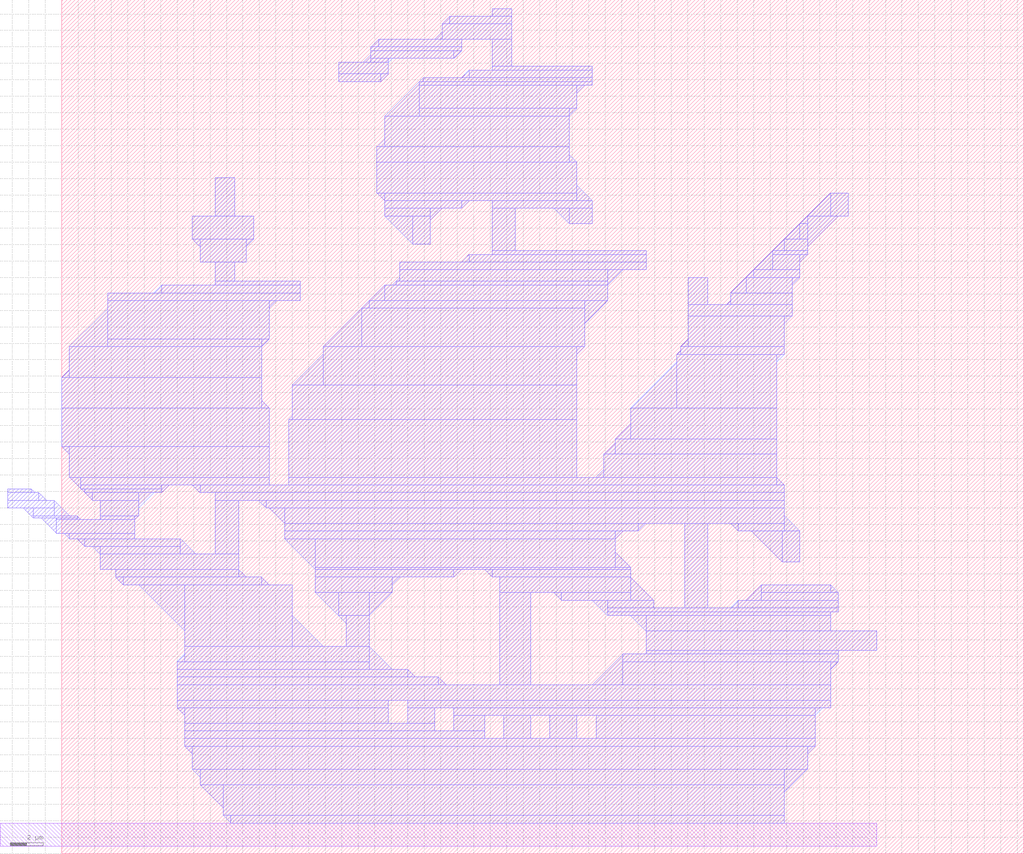
<source format=lef>
VERSION 5.7 ;
  NOWIREEXTENSIONATPIN ON ;
  DIVIDERCHAR "/" ;
  BUSBITCHARS "[]" ;
MACRO caravel_logo
  CLASS BLOCK ;
  FOREIGN caravel_logo ;
  ORIGIN 0.000 0.000 ;
  SIZE 58.400 BY 51.865 ;
  OBS
      LAYER Metal4 ;
        RECT -3.730 0.465 49.465 1.865 ;
      LAYER Metal5 ;
        RECT 26.130 50.865 27.300 51.330 ;
        POLYGON 23.565 50.865 23.565 50.400 23.100 50.400 ;
        RECT 23.565 50.400 27.300 50.865 ;
        POLYGON 23.100 49.930 23.100 49.465 22.630 49.465 ;
        RECT 23.100 49.465 27.300 50.400 ;
        POLYGON 19.230 49.465 19.230 49.000 18.765 49.000 ;
        RECT 19.230 49.000 24.265 49.465 ;
        RECT 18.765 48.765 24.265 49.000 ;
        POLYGON 18.765 48.530 18.765 48.065 18.300 48.065 ;
        RECT 18.765 48.300 23.800 48.765 ;
        POLYGON 23.800 48.765 24.265 48.765 23.800 48.300 ;
        RECT 18.765 48.065 19.830 48.300 ;
        POLYGON 19.830 48.300 20.065 48.300 19.830 48.065 ;
        RECT 16.800 47.365 19.830 48.065 ;
        RECT 26.130 47.830 27.300 49.465 ;
        RECT 26.130 47.600 32.200 47.830 ;
        RECT 16.800 46.900 19.365 47.365 ;
        POLYGON 19.365 47.365 19.830 47.365 19.365 46.900 ;
        POLYGON 24.730 47.600 24.730 47.130 24.265 47.130 ;
        RECT 24.730 47.130 32.200 47.600 ;
        POLYGON 21.930 47.130 21.930 46.900 21.700 46.900 ;
        RECT 21.930 46.900 32.200 47.130 ;
        POLYGON 21.700 46.900 21.700 44.800 19.600 44.800 ;
        RECT 21.700 46.665 32.200 46.900 ;
        RECT 21.700 45.265 31.265 46.665 ;
        POLYGON 31.265 46.665 31.730 46.665 31.265 46.200 ;
        RECT 21.700 44.800 30.800 45.265 ;
        POLYGON 30.800 45.265 31.265 45.265 30.800 44.800 ;
        POLYGON 19.600 43.400 19.600 42.930 19.130 42.930 ;
        RECT 19.600 42.930 30.800 44.800 ;
        RECT 19.130 42.000 30.800 42.930 ;
        POLYGON 30.800 42.465 31.265 42.000 30.800 42.000 ;
        RECT 9.330 38.730 10.500 41.065 ;
        RECT 19.130 40.130 31.265 42.000 ;
        POLYGON 19.130 40.130 19.600 40.130 19.600 39.665 ;
        RECT 19.600 39.665 31.265 40.130 ;
        POLYGON 31.265 40.600 32.200 39.665 31.265 39.665 ;
        RECT 19.600 39.200 24.265 39.665 ;
        POLYGON 24.265 39.665 24.730 39.665 24.265 39.200 ;
        RECT 26.130 39.200 32.200 39.665 ;
        RECT 19.600 38.730 22.375 39.200 ;
        RECT 7.930 37.330 11.665 38.730 ;
        POLYGON 7.930 37.330 8.400 37.330 8.400 36.865 ;
        RECT 8.400 35.930 11.200 37.330 ;
        POLYGON 11.200 37.330 11.665 37.330 11.200 36.865 ;
        POLYGON 19.600 38.730 21.310 38.730 21.310 37.020 ;
        RECT 21.310 37.020 22.375 38.730 ;
        POLYGON 22.375 39.200 23.100 39.200 22.375 38.475 ;
        RECT 26.130 36.630 27.530 39.200 ;
        POLYGON 29.865 39.200 30.800 39.200 30.800 38.265 ;
        RECT 30.800 38.265 32.200 39.200 ;
        POLYGON 46.665 40.130 46.665 38.730 45.265 38.730 ;
        RECT 46.665 38.730 47.730 40.130 ;
        POLYGON 45.265 38.730 45.265 38.265 44.800 38.265 ;
        POLYGON 44.800 38.265 44.800 37.330 43.865 37.330 ;
        RECT 44.800 37.330 45.265 38.265 ;
        POLYGON 43.865 37.330 43.865 36.630 43.165 36.630 ;
        RECT 43.865 36.630 45.265 37.330 ;
        POLYGON 45.265 38.730 47.130 38.730 45.265 36.865 ;
        RECT 26.130 36.400 35.465 36.630 ;
        POLYGON 24.730 36.400 24.730 35.930 24.265 35.930 ;
        RECT 24.730 35.930 35.465 36.400 ;
        RECT 9.330 34.765 10.500 35.930 ;
        RECT 20.530 35.465 35.465 35.930 ;
        POLYGON 43.165 36.630 43.165 35.465 42.000 35.465 ;
        RECT 43.165 36.400 45.265 36.630 ;
        RECT 43.165 35.465 44.800 36.400 ;
        POLYGON 44.800 36.400 45.265 36.400 44.800 35.930 ;
        POLYGON 20.530 35.000 20.530 34.770 20.300 34.770 ;
        RECT 20.530 34.770 33.130 35.465 ;
        RECT 9.330 34.530 14.465 34.765 ;
        POLYGON 20.300 34.765 20.300 34.530 20.065 34.530 ;
        RECT 20.300 34.530 33.130 34.770 ;
        POLYGON 33.130 35.465 34.065 35.465 33.130 34.530 ;
        POLYGON 42.000 35.465 42.000 35.000 41.535 35.000 ;
        RECT 42.000 35.000 44.800 35.465 ;
        POLYGON 6.065 34.530 6.065 34.065 5.600 34.065 ;
        RECT 6.065 34.065 14.465 34.530 ;
        RECT 2.800 33.600 14.465 34.065 ;
        POLYGON 19.600 34.530 19.600 33.600 18.670 33.600 ;
        RECT 19.600 33.600 33.130 34.530 ;
        POLYGON 2.800 33.130 2.800 30.800 0.465 30.800 ;
        RECT 2.800 31.265 12.600 33.600 ;
        POLYGON 12.600 33.600 13.065 33.600 12.600 33.130 ;
        POLYGON 18.670 33.600 18.670 33.130 18.200 33.130 ;
        RECT 18.670 33.130 31.730 33.600 ;
        RECT 2.800 30.800 12.130 31.265 ;
        POLYGON 12.130 31.265 12.600 31.265 12.130 30.800 ;
        POLYGON 18.200 33.130 18.200 30.800 15.865 30.800 ;
        RECT 18.200 30.800 31.730 33.130 ;
        POLYGON 31.730 33.600 33.130 33.600 31.730 32.200 ;
        RECT 38.030 33.365 39.200 35.000 ;
        POLYGON 41.535 35.000 41.535 34.065 40.600 34.065 ;
        RECT 41.535 34.065 44.330 35.000 ;
        POLYGON 44.330 35.000 44.800 35.000 44.330 34.530 ;
        POLYGON 40.600 33.600 40.600 33.365 40.365 33.365 ;
        RECT 40.600 33.365 44.330 34.065 ;
        RECT 38.030 32.665 44.330 33.365 ;
        POLYGON 0.465 29.400 0.465 28.930 0.000 28.930 ;
        RECT 0.465 28.930 12.130 30.800 ;
        RECT 0.000 27.065 12.130 28.930 ;
        POLYGON 15.865 30.330 15.865 28.465 14.000 28.465 ;
        RECT 15.865 28.465 31.265 30.800 ;
        POLYGON 31.265 30.800 31.730 30.800 31.265 30.330 ;
        POLYGON 38.030 31.265 38.030 30.800 37.565 30.800 ;
        RECT 38.030 30.800 43.865 32.665 ;
        POLYGON 43.865 32.665 44.330 32.665 43.865 32.200 ;
        POLYGON 37.565 30.565 37.565 30.330 37.330 30.330 ;
        RECT 37.565 30.330 43.865 30.800 ;
        POLYGON 12.130 27.530 12.600 27.065 12.130 27.065 ;
        RECT 0.000 24.730 12.600 27.065 ;
        POLYGON 0.000 24.730 0.465 24.730 0.465 24.265 ;
        RECT 0.465 22.865 12.600 24.730 ;
        POLYGON 0.465 22.865 1.165 22.865 1.165 22.165 ;
        RECT 1.165 22.400 12.600 22.865 ;
        POLYGON 14.000 26.600 14.000 26.365 13.765 26.365 ;
        RECT 14.000 26.365 31.265 28.465 ;
        RECT 13.765 22.865 31.265 26.365 ;
        POLYGON 37.330 29.865 37.330 27.065 34.530 27.065 ;
        RECT 37.330 27.065 43.400 30.330 ;
        POLYGON 43.400 30.330 43.865 30.330 43.400 29.865 ;
        POLYGON 34.530 26.130 34.530 25.200 33.600 25.200 ;
        RECT 34.530 25.200 43.400 27.065 ;
        POLYGON 33.600 24.965 33.600 24.265 32.900 24.265 ;
        RECT 33.600 24.265 43.400 25.200 ;
        POLYGON 32.900 23.330 32.900 22.865 32.430 22.865 ;
        RECT 32.900 22.865 43.400 24.265 ;
        RECT 13.765 22.400 43.400 22.865 ;
        POLYGON 43.400 22.865 43.865 22.400 43.400 22.400 ;
        RECT 1.165 22.165 6.065 22.400 ;
        RECT -3.265 21.930 -1.865 22.165 ;
        POLYGON -1.865 22.165 -1.630 21.930 -1.865 21.930 ;
        POLYGON 1.165 22.165 1.400 22.165 1.400 21.930 ;
        RECT 1.400 21.930 6.065 22.165 ;
        POLYGON 6.065 22.400 6.530 22.400 6.065 21.930 ;
        POLYGON 7.930 22.400 8.400 22.400 8.400 21.930 ;
        RECT 8.400 21.930 43.865 22.400 ;
        RECT -3.265 21.465 -1.400 21.930 ;
        POLYGON -1.400 21.930 -0.930 21.465 -1.400 21.465 ;
        POLYGON 1.400 21.930 1.865 21.930 1.865 21.465 ;
        RECT 1.865 21.465 4.665 21.930 ;
        RECT -3.265 21.000 -0.465 21.465 ;
        POLYGON -2.330 21.000 -1.730 21.000 -1.730 20.400 ;
        RECT -1.730 20.530 -0.465 21.000 ;
        POLYGON -0.465 21.465 0.465 20.530 -0.465 20.530 ;
        RECT 2.330 20.530 4.665 21.465 ;
        POLYGON 4.665 21.930 5.600 21.930 4.665 21.000 ;
        RECT 9.330 21.465 43.865 21.930 ;
        RECT -1.730 20.400 0.930 20.530 ;
        POLYGON -1.265 20.400 -0.330 20.400 -0.330 19.465 ;
        RECT -0.330 20.300 0.930 20.400 ;
        POLYGON 0.930 20.530 1.165 20.300 0.930 20.300 ;
        RECT 2.330 20.300 4.430 20.530 ;
        POLYGON 4.430 20.530 4.665 20.530 4.430 20.300 ;
        RECT -0.330 19.465 4.430 20.300 ;
        POLYGON 0.130 19.465 0.465 19.465 0.465 19.130 ;
        RECT 0.465 19.130 4.430 19.465 ;
        POLYGON 0.930 19.130 1.400 19.130 1.400 18.665 ;
        RECT 1.400 18.665 7.200 19.130 ;
        POLYGON 1.865 18.665 2.330 18.665 2.330 18.200 ;
        RECT 2.330 18.200 7.200 18.665 ;
        POLYGON 7.200 19.130 8.130 18.200 7.200 18.200 ;
        RECT 9.330 18.200 10.730 21.465 ;
        POLYGON 11.930 21.465 12.400 21.465 12.400 21.000 ;
        RECT 12.400 21.000 43.865 21.465 ;
        POLYGON 12.600 21.000 13.530 21.000 13.530 20.065 ;
        RECT 13.530 20.065 43.865 21.000 ;
        RECT 2.330 17.265 10.730 18.200 ;
        RECT 13.530 19.600 35.000 20.065 ;
        POLYGON 35.000 20.065 35.465 20.065 35.000 19.600 ;
        RECT 13.530 19.130 33.600 19.600 ;
        POLYGON 33.600 19.600 34.065 19.600 33.600 19.130 ;
        POLYGON 13.530 19.130 15.400 19.130 15.400 17.265 ;
        RECT 15.400 17.400 33.600 19.130 ;
        POLYGON 33.600 18.330 34.530 17.400 33.600 17.400 ;
        RECT 15.400 17.265 34.530 17.400 ;
        RECT 3.265 16.800 10.730 17.265 ;
        POLYGON 10.730 17.265 11.200 16.800 10.730 16.800 ;
        RECT 15.400 16.800 23.800 17.265 ;
        POLYGON 23.800 17.265 24.265 17.265 23.800 16.800 ;
        POLYGON 25.665 17.265 26.130 17.265 26.130 16.800 ;
        RECT 26.130 16.800 34.530 17.265 ;
        POLYGON 3.265 16.800 3.730 16.800 3.730 16.330 ;
        RECT 3.730 16.330 12.130 16.800 ;
        POLYGON 12.130 16.800 12.600 16.330 12.130 16.330 ;
        POLYGON 4.665 16.330 7.465 16.330 7.465 13.530 ;
        RECT 7.465 12.600 14.000 16.330 ;
        RECT 15.400 15.865 20.065 16.800 ;
        POLYGON 20.065 16.800 20.530 16.800 20.065 16.330 ;
        POLYGON 15.400 15.865 16.800 15.865 16.800 14.465 ;
        RECT 16.800 14.465 18.665 15.865 ;
        POLYGON 18.665 15.865 20.065 15.865 18.665 14.465 ;
        RECT 26.600 15.865 34.530 16.800 ;
        POLYGON 14.000 14.465 15.865 12.600 14.000 12.600 ;
        POLYGON 16.800 14.465 17.265 14.465 17.265 14.000 ;
        RECT 17.265 12.600 18.665 14.465 ;
        POLYGON 7.465 12.130 7.465 11.665 7.000 11.665 ;
        RECT 7.465 11.665 18.665 12.600 ;
        RECT 7.000 11.200 18.665 11.665 ;
        POLYGON 18.665 12.600 20.065 11.200 18.665 11.200 ;
        RECT 7.000 10.730 21.000 11.200 ;
        POLYGON 21.000 11.200 21.465 10.730 21.000 10.730 ;
        RECT 7.000 10.265 22.865 10.730 ;
        POLYGON 22.865 10.730 23.330 10.265 22.865 10.265 ;
        RECT 26.600 10.265 28.465 15.865 ;
        POLYGON 29.865 15.865 30.330 15.865 30.330 15.400 ;
        RECT 30.330 15.400 34.530 15.865 ;
        POLYGON 34.530 16.800 35.930 15.400 34.530 15.400 ;
        POLYGON 32.200 15.400 33.130 15.400 33.130 14.465 ;
        RECT 33.130 14.930 35.930 15.400 ;
        RECT 37.800 14.930 39.200 20.065 ;
        POLYGON 40.600 20.065 41.065 20.065 41.065 19.600 ;
        RECT 41.065 19.600 43.865 20.065 ;
        POLYGON 43.865 20.530 44.800 19.600 43.865 19.600 ;
        POLYGON 41.865 19.600 43.730 19.600 43.730 17.730 ;
        RECT 43.730 17.730 44.800 19.600 ;
        POLYGON 42.465 16.330 42.465 15.400 41.530 15.400 ;
        RECT 42.465 15.865 46.665 16.330 ;
        POLYGON 46.665 16.330 47.130 15.865 46.665 15.865 ;
        RECT 42.465 15.400 47.130 15.865 ;
        POLYGON 41.065 15.400 41.065 14.930 40.600 14.930 ;
        RECT 41.065 14.930 47.130 15.400 ;
        RECT 33.130 14.700 47.130 14.930 ;
        RECT 33.130 14.465 46.665 14.700 ;
        POLYGON 34.530 14.465 35.465 14.465 35.465 13.530 ;
        RECT 35.465 13.530 46.665 14.465 ;
        RECT 35.465 12.365 49.465 13.530 ;
        RECT 35.465 12.130 47.130 12.365 ;
        POLYGON 34.065 12.130 34.065 10.265 32.200 10.265 ;
        RECT 34.065 11.665 47.130 12.130 ;
        RECT 34.065 10.265 46.665 11.665 ;
        POLYGON 46.665 11.665 47.130 11.665 46.665 11.200 ;
        RECT 7.000 9.330 46.665 10.265 ;
        RECT 7.000 8.865 19.830 9.330 ;
        POLYGON 7.000 8.865 7.465 8.865 7.465 8.400 ;
        RECT 7.465 7.930 19.830 8.865 ;
        RECT 21.000 8.865 46.665 9.330 ;
        RECT 21.000 7.930 22.630 8.865 ;
        RECT 7.465 7.465 22.630 7.930 ;
        RECT 23.800 8.400 45.730 8.865 ;
        POLYGON 45.730 8.865 46.200 8.865 45.730 8.400 ;
        RECT 23.800 7.465 25.665 8.400 ;
        RECT 7.465 7.000 25.665 7.465 ;
        RECT 26.830 7.000 28.465 8.400 ;
        RECT 29.630 7.000 31.265 8.400 ;
        RECT 32.430 7.000 45.730 8.400 ;
        RECT 7.465 6.530 45.730 7.000 ;
        POLYGON 7.465 6.530 7.930 6.530 7.930 6.065 ;
        RECT 7.930 5.130 45.265 6.530 ;
        POLYGON 45.265 6.530 45.730 6.530 45.265 6.065 ;
        POLYGON 7.930 5.130 8.400 5.130 8.400 4.665 ;
        RECT 8.400 4.200 43.865 5.130 ;
        POLYGON 8.400 4.200 9.800 4.200 9.800 2.800 ;
        RECT 9.800 2.330 43.865 4.200 ;
        POLYGON 43.865 5.130 45.265 5.130 43.865 3.730 ;
        POLYGON 9.800 2.330 10.265 2.330 10.265 1.865 ;
        RECT 10.265 1.865 43.865 2.330 ;
  END
END caravel_logo
END LIBRARY


</source>
